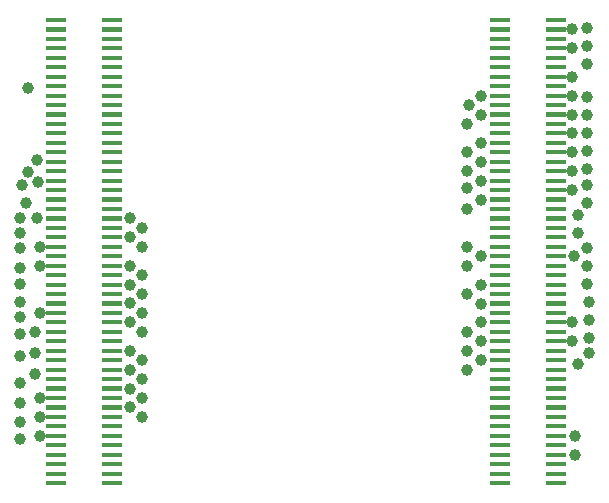
<source format=gbp>
G04 Layer: BottomPasteMaskLayer*
G04 EasyEDA v6.4.31, 2022-04-07 10:18:28*
G04 166d8731ec0749d1b06731797b2d177b,10*
G04 Gerber Generator version 0.2*
G04 Scale: 100 percent, Rotated: No, Reflected: No *
G04 Dimensions in inches *
G04 leading zeros omitted , absolute positions ,3 integer and 6 decimal *
%FSLAX36Y36*%
%MOIN*%

%ADD23C,0.0394*%

%LPD*%
D23*
G01*
X60000Y-875000D03*
G01*
X90000Y-1115000D03*
G01*
X60000Y-1155000D03*
G01*
X95000Y-1190000D03*
G01*
X40000Y-1200000D03*
G01*
X55000Y-1260000D03*
G01*
X90000Y-1310000D03*
G01*
X35000Y-1310000D03*
G01*
X35000Y-1360000D03*
G01*
X100000Y-1404540D03*
G01*
X35000Y-1410000D03*
G01*
X100000Y-1467530D03*
G01*
X35000Y-1475000D03*
G01*
X35000Y-1530000D03*
G01*
X35000Y-1590000D03*
G01*
X100000Y-1625010D03*
G01*
X35000Y-1640000D03*
G01*
X85019Y-1687750D03*
G01*
X35000Y-1695000D03*
G01*
X85000Y-1760000D03*
G01*
X35000Y-1770000D03*
G01*
X85000Y-1830000D03*
G01*
X35000Y-1860000D03*
G01*
X100000Y-1908519D03*
G01*
X35000Y-1925000D03*
G01*
X100000Y-1971500D03*
G01*
X35000Y-1990000D03*
G01*
X100000Y-2034499D03*
G01*
X35000Y-2045000D03*
G01*
X1895000Y-1795000D03*
G01*
X1930000Y-1760000D03*
G01*
X1875000Y-1719540D03*
G01*
X1930000Y-1710000D03*
G01*
X1875000Y-1656550D03*
G01*
X1930000Y-1650000D03*
G01*
X1930000Y-1590000D03*
G01*
X1925000Y-1467530D03*
G01*
X1880000Y-1435000D03*
G01*
X1925000Y-1410000D03*
G01*
X1895000Y-1360000D03*
G01*
X1895000Y-1300000D03*
G01*
X1925000Y-1260000D03*
G01*
X1875000Y-1215560D03*
G01*
X1925000Y-1200000D03*
G01*
X1875000Y-1152570D03*
G01*
X1925000Y-1145000D03*
G01*
X1875000Y-1089580D03*
G01*
X1925000Y-1085000D03*
G01*
X1875000Y-1026590D03*
G01*
X1925000Y-1025000D03*
G01*
X1875000Y-963600D03*
G01*
X1925000Y-965000D03*
G01*
X1875000Y-900599D03*
G01*
X1925000Y-905000D03*
G01*
X1875000Y-837609D03*
G01*
X1925000Y-795000D03*
G01*
X1875000Y-743119D03*
G01*
X1925000Y-735000D03*
G01*
X1875000Y-680129D03*
G01*
X1925000Y-675000D03*
G01*
X1885000Y-2035000D03*
G01*
X1885000Y-2097530D03*
G01*
X1570000Y-900599D03*
G01*
X1530000Y-932100D03*
G01*
X1570000Y-963600D03*
G01*
X1525000Y-995090D03*
G01*
X1570000Y-1058080D03*
G01*
X1525000Y-1089580D03*
G01*
X1570000Y-1121080D03*
G01*
X1525000Y-1152570D03*
G01*
X1570000Y-1184070D03*
G01*
X1525000Y-1210000D03*
G01*
X1570000Y-1247060D03*
G01*
X1525000Y-1278560D03*
G01*
X1525000Y-1404540D03*
G01*
X1570000Y-1436039D03*
G01*
X1525000Y-1467530D03*
G01*
X1570000Y-1530529D03*
G01*
X1525000Y-1562020D03*
G01*
X1570000Y-1593560D03*
G01*
X1570000Y-1656550D03*
G01*
X1525000Y-1688040D03*
G01*
X1570000Y-1719540D03*
G01*
X1525000Y-1751039D03*
G01*
X1570000Y-1782530D03*
G01*
X1525000Y-1814029D03*
G01*
X400000Y-1310050D03*
G01*
X440000Y-1341550D03*
G01*
X440000Y-1971509D03*
G01*
X400000Y-1940000D03*
G01*
X440000Y-1908519D03*
G01*
X400000Y-1876979D03*
G01*
X440000Y-1845489D03*
G01*
X400000Y-1813989D03*
G01*
X440000Y-1782489D03*
G01*
X400000Y-1750999D03*
G01*
X440000Y-1688000D03*
G01*
X400000Y-1656509D03*
G01*
X440000Y-1625010D03*
G01*
X400000Y-1593519D03*
G01*
X440000Y-1562020D03*
G01*
X400000Y-1530520D03*
G01*
X440000Y-1499029D03*
G01*
X400000Y-1467530D03*
G01*
X440000Y-1404540D03*
G01*
X400000Y-1373040D03*
G01*
X1925000Y-1530000D03*
G36*
X1786225Y-2167420D02*
G01*
X1853154Y-2167420D01*
X1853154Y-2153640D01*
X1786225Y-2153640D01*
G37*
G36*
X1786225Y-2198910D02*
G01*
X1853154Y-2198910D01*
X1853154Y-2185129D01*
X1786225Y-2185129D01*
G37*
G36*
X1786225Y-2104420D02*
G01*
X1853154Y-2104420D01*
X1853154Y-2090639D01*
X1786225Y-2090639D01*
G37*
G36*
X1786225Y-2135920D02*
G01*
X1853154Y-2135920D01*
X1853154Y-2122140D01*
X1786225Y-2122140D01*
G37*
G36*
X1786225Y-2041430D02*
G01*
X1853154Y-2041430D01*
X1853154Y-2027649D01*
X1786225Y-2027649D01*
G37*
G36*
X1786225Y-2009929D02*
G01*
X1853154Y-2009929D01*
X1853154Y-1996149D01*
X1786225Y-1996149D01*
G37*
G36*
X1786225Y-1978440D02*
G01*
X1853154Y-1978440D01*
X1853154Y-1964659D01*
X1786225Y-1964659D01*
G37*
G36*
X1786225Y-1946940D02*
G01*
X1853154Y-1946940D01*
X1853154Y-1933159D01*
X1786225Y-1933159D01*
G37*
G36*
X1601184Y-2167420D02*
G01*
X1668113Y-2167420D01*
X1668113Y-2153640D01*
X1601184Y-2153640D01*
G37*
G36*
X1601184Y-2198910D02*
G01*
X1668113Y-2198910D01*
X1668113Y-2185129D01*
X1601184Y-2185129D01*
G37*
G36*
X1601184Y-2104420D02*
G01*
X1668113Y-2104420D01*
X1668113Y-2090639D01*
X1601184Y-2090639D01*
G37*
G36*
X1601184Y-2135920D02*
G01*
X1668113Y-2135920D01*
X1668113Y-2122140D01*
X1601184Y-2122140D01*
G37*
G36*
X1601184Y-2041430D02*
G01*
X1668113Y-2041430D01*
X1668113Y-2027649D01*
X1601184Y-2027649D01*
G37*
G36*
X1601184Y-2009929D02*
G01*
X1668113Y-2009929D01*
X1668113Y-1996149D01*
X1601184Y-1996149D01*
G37*
G36*
X1601184Y-1978440D02*
G01*
X1668113Y-1978440D01*
X1668113Y-1964659D01*
X1601184Y-1964659D01*
G37*
G36*
X1601184Y-1946940D02*
G01*
X1668113Y-1946940D01*
X1668113Y-1933159D01*
X1601184Y-1933159D01*
G37*
G36*
X1786225Y-2072929D02*
G01*
X1853154Y-2072929D01*
X1853154Y-2059149D01*
X1786225Y-2059149D01*
G37*
G36*
X1786225Y-1915450D02*
G01*
X1853154Y-1915450D01*
X1853154Y-1901669D01*
X1786225Y-1901669D01*
G37*
G36*
X1601184Y-2072929D02*
G01*
X1668113Y-2072929D01*
X1668113Y-2059149D01*
X1601184Y-2059149D01*
G37*
G36*
X1601184Y-1915450D02*
G01*
X1668113Y-1915450D01*
X1668113Y-1901669D01*
X1601184Y-1901669D01*
G37*
G36*
X1786225Y-1852420D02*
G01*
X1853154Y-1852420D01*
X1853154Y-1838640D01*
X1786225Y-1838640D01*
G37*
G36*
X1786225Y-1883910D02*
G01*
X1853154Y-1883910D01*
X1853154Y-1870129D01*
X1786225Y-1870129D01*
G37*
G36*
X1786225Y-1789420D02*
G01*
X1853154Y-1789420D01*
X1853154Y-1775639D01*
X1786225Y-1775639D01*
G37*
G36*
X1786225Y-1820920D02*
G01*
X1853154Y-1820920D01*
X1853154Y-1807140D01*
X1786225Y-1807140D01*
G37*
G36*
X1786225Y-1726430D02*
G01*
X1853154Y-1726430D01*
X1853154Y-1712649D01*
X1786225Y-1712649D01*
G37*
G36*
X1786225Y-1694929D02*
G01*
X1853154Y-1694929D01*
X1853154Y-1681149D01*
X1786225Y-1681149D01*
G37*
G36*
X1786225Y-1663440D02*
G01*
X1853154Y-1663440D01*
X1853154Y-1649659D01*
X1786225Y-1649659D01*
G37*
G36*
X1786225Y-1631940D02*
G01*
X1853154Y-1631940D01*
X1853154Y-1618159D01*
X1786225Y-1618159D01*
G37*
G36*
X1786225Y-1568910D02*
G01*
X1853154Y-1568910D01*
X1853154Y-1555129D01*
X1786225Y-1555129D01*
G37*
G36*
X1786225Y-1537420D02*
G01*
X1853154Y-1537420D01*
X1853154Y-1523640D01*
X1786225Y-1523640D01*
G37*
G36*
X1786225Y-1505920D02*
G01*
X1853154Y-1505920D01*
X1853154Y-1492140D01*
X1786225Y-1492140D01*
G37*
G36*
X1786225Y-1474420D02*
G01*
X1853154Y-1474420D01*
X1853154Y-1460639D01*
X1786225Y-1460639D01*
G37*
G36*
X1786225Y-1379929D02*
G01*
X1853154Y-1379929D01*
X1853154Y-1366149D01*
X1786225Y-1366149D01*
G37*
G36*
X1786225Y-1411430D02*
G01*
X1853154Y-1411430D01*
X1853154Y-1397649D01*
X1786225Y-1397649D01*
G37*
G36*
X1786225Y-1316940D02*
G01*
X1853154Y-1316940D01*
X1853154Y-1303159D01*
X1786225Y-1303159D01*
G37*
G36*
X1786225Y-1253949D02*
G01*
X1853154Y-1253949D01*
X1853154Y-1240169D01*
X1786225Y-1240169D01*
G37*
G36*
X1786225Y-1222449D02*
G01*
X1853154Y-1222449D01*
X1853154Y-1208670D01*
X1786225Y-1208670D01*
G37*
G36*
X1786225Y-1127970D02*
G01*
X1853154Y-1127970D01*
X1853154Y-1114189D01*
X1786225Y-1114189D01*
G37*
G36*
X1786225Y-1159459D02*
G01*
X1853154Y-1159459D01*
X1853154Y-1145680D01*
X1786225Y-1145680D01*
G37*
G36*
X1786225Y-1064970D02*
G01*
X1853154Y-1064970D01*
X1853154Y-1051190D01*
X1786225Y-1051190D01*
G37*
G36*
X1786225Y-1096469D02*
G01*
X1853154Y-1096469D01*
X1853154Y-1082689D01*
X1786225Y-1082689D01*
G37*
G36*
X1786225Y-1001979D02*
G01*
X1853154Y-1001979D01*
X1853154Y-988200D01*
X1786225Y-988200D01*
G37*
G36*
X1786225Y-970490D02*
G01*
X1853154Y-970490D01*
X1853154Y-956709D01*
X1786225Y-956709D01*
G37*
G36*
X1786225Y-938989D02*
G01*
X1853154Y-938989D01*
X1853154Y-925210D01*
X1786225Y-925210D01*
G37*
G36*
X1786225Y-907489D02*
G01*
X1853154Y-907489D01*
X1853154Y-893710D01*
X1786225Y-893710D01*
G37*
G36*
X1786225Y-813009D02*
G01*
X1853154Y-813009D01*
X1853154Y-799229D01*
X1786225Y-799229D01*
G37*
G36*
X1786225Y-844499D02*
G01*
X1853154Y-844499D01*
X1853154Y-830720D01*
X1786225Y-830720D01*
G37*
G36*
X1786225Y-750010D02*
G01*
X1853154Y-750010D01*
X1853154Y-736230D01*
X1786225Y-736230D01*
G37*
G36*
X1786225Y-781509D02*
G01*
X1853154Y-781509D01*
X1853154Y-767729D01*
X1786225Y-767729D01*
G37*
G36*
X1786225Y-687020D02*
G01*
X1853154Y-687020D01*
X1853154Y-673240D01*
X1786225Y-673240D01*
G37*
G36*
X1786225Y-655529D02*
G01*
X1853154Y-655529D01*
X1853154Y-641750D01*
X1786225Y-641750D01*
G37*
G36*
X1601184Y-1852420D02*
G01*
X1668113Y-1852420D01*
X1668113Y-1838640D01*
X1601184Y-1838640D01*
G37*
G36*
X1601184Y-1883910D02*
G01*
X1668113Y-1883910D01*
X1668113Y-1870129D01*
X1601184Y-1870129D01*
G37*
G36*
X1601184Y-1789420D02*
G01*
X1668113Y-1789420D01*
X1668113Y-1775639D01*
X1601184Y-1775639D01*
G37*
G36*
X1601184Y-1820920D02*
G01*
X1668113Y-1820920D01*
X1668113Y-1807140D01*
X1601184Y-1807140D01*
G37*
G36*
X1601184Y-1726430D02*
G01*
X1668113Y-1726430D01*
X1668113Y-1712649D01*
X1601184Y-1712649D01*
G37*
G36*
X1601184Y-1694929D02*
G01*
X1668113Y-1694929D01*
X1668113Y-1681149D01*
X1601184Y-1681149D01*
G37*
G36*
X1601184Y-1663440D02*
G01*
X1668113Y-1663440D01*
X1668113Y-1649659D01*
X1601184Y-1649659D01*
G37*
G36*
X1601184Y-1631940D02*
G01*
X1668113Y-1631940D01*
X1668113Y-1618159D01*
X1601184Y-1618159D01*
G37*
G36*
X1601184Y-1568910D02*
G01*
X1668113Y-1568910D01*
X1668113Y-1555129D01*
X1601184Y-1555129D01*
G37*
G36*
X1601184Y-1537420D02*
G01*
X1668113Y-1537420D01*
X1668113Y-1523640D01*
X1601184Y-1523640D01*
G37*
G36*
X1601184Y-1474420D02*
G01*
X1668113Y-1474420D01*
X1668113Y-1460639D01*
X1601184Y-1460639D01*
G37*
G36*
X1601184Y-1505920D02*
G01*
X1668113Y-1505920D01*
X1668113Y-1492140D01*
X1601184Y-1492140D01*
G37*
G36*
X1601184Y-1379929D02*
G01*
X1668113Y-1379929D01*
X1668113Y-1366149D01*
X1601184Y-1366149D01*
G37*
G36*
X1601184Y-1411430D02*
G01*
X1668113Y-1411430D01*
X1668113Y-1397649D01*
X1601184Y-1397649D01*
G37*
G36*
X1601184Y-1316940D02*
G01*
X1668113Y-1316940D01*
X1668113Y-1303159D01*
X1601184Y-1303159D01*
G37*
G36*
X1601184Y-1222449D02*
G01*
X1668113Y-1222449D01*
X1668113Y-1208670D01*
X1601184Y-1208670D01*
G37*
G36*
X1601184Y-1253949D02*
G01*
X1668113Y-1253949D01*
X1668113Y-1240169D01*
X1601184Y-1240169D01*
G37*
G36*
X1601184Y-1127970D02*
G01*
X1668113Y-1127970D01*
X1668113Y-1114189D01*
X1601184Y-1114189D01*
G37*
G36*
X1601184Y-1159459D02*
G01*
X1668113Y-1159459D01*
X1668113Y-1145680D01*
X1601184Y-1145680D01*
G37*
G36*
X1601184Y-1096469D02*
G01*
X1668113Y-1096469D01*
X1668113Y-1082689D01*
X1601184Y-1082689D01*
G37*
G36*
X1601184Y-1064970D02*
G01*
X1668113Y-1064970D01*
X1668113Y-1051190D01*
X1601184Y-1051190D01*
G37*
G36*
X1601184Y-1001979D02*
G01*
X1668113Y-1001979D01*
X1668113Y-988200D01*
X1601184Y-988200D01*
G37*
G36*
X1601184Y-970490D02*
G01*
X1668113Y-970490D01*
X1668113Y-956709D01*
X1601184Y-956709D01*
G37*
G36*
X1601184Y-938989D02*
G01*
X1668113Y-938989D01*
X1668113Y-925210D01*
X1601184Y-925210D01*
G37*
G36*
X1601184Y-907489D02*
G01*
X1668113Y-907489D01*
X1668113Y-893710D01*
X1601184Y-893710D01*
G37*
G36*
X1601184Y-813009D02*
G01*
X1668113Y-813009D01*
X1668113Y-799229D01*
X1601184Y-799229D01*
G37*
G36*
X1601184Y-844499D02*
G01*
X1668113Y-844499D01*
X1668113Y-830720D01*
X1601184Y-830720D01*
G37*
G36*
X1601184Y-750010D02*
G01*
X1668113Y-750010D01*
X1668113Y-736230D01*
X1601184Y-736230D01*
G37*
G36*
X1601184Y-781509D02*
G01*
X1668113Y-781509D01*
X1668113Y-767729D01*
X1601184Y-767729D01*
G37*
G36*
X1601184Y-655529D02*
G01*
X1668113Y-655529D01*
X1668113Y-641750D01*
X1601184Y-641750D01*
G37*
G36*
X1601184Y-687020D02*
G01*
X1668113Y-687020D01*
X1668113Y-673240D01*
X1601184Y-673240D01*
G37*
G36*
X1786225Y-1757929D02*
G01*
X1853154Y-1757929D01*
X1853154Y-1744149D01*
X1786225Y-1744149D01*
G37*
G36*
X1786225Y-1442929D02*
G01*
X1853154Y-1442929D01*
X1853154Y-1429149D01*
X1786225Y-1429149D01*
G37*
G36*
X1786225Y-1600450D02*
G01*
X1853154Y-1600450D01*
X1853154Y-1586669D01*
X1786225Y-1586669D01*
G37*
G36*
X1786225Y-1348440D02*
G01*
X1853154Y-1348440D01*
X1853154Y-1334659D01*
X1786225Y-1334659D01*
G37*
G36*
X1786225Y-1285450D02*
G01*
X1853154Y-1285450D01*
X1853154Y-1271669D01*
X1786225Y-1271669D01*
G37*
G36*
X1786225Y-1190959D02*
G01*
X1853154Y-1190959D01*
X1853154Y-1177179D01*
X1786225Y-1177179D01*
G37*
G36*
X1786225Y-1033479D02*
G01*
X1853154Y-1033479D01*
X1853154Y-1019699D01*
X1786225Y-1019699D01*
G37*
G36*
X1786225Y-875999D02*
G01*
X1853154Y-875999D01*
X1853154Y-862220D01*
X1786225Y-862220D01*
G37*
G36*
X1786225Y-718520D02*
G01*
X1853154Y-718520D01*
X1853154Y-704740D01*
X1786225Y-704740D01*
G37*
G36*
X1601184Y-1757929D02*
G01*
X1668113Y-1757929D01*
X1668113Y-1744149D01*
X1601184Y-1744149D01*
G37*
G36*
X1601184Y-1442929D02*
G01*
X1668113Y-1442929D01*
X1668113Y-1429149D01*
X1601184Y-1429149D01*
G37*
G36*
X1601184Y-1600450D02*
G01*
X1668113Y-1600450D01*
X1668113Y-1586669D01*
X1601184Y-1586669D01*
G37*
G36*
X1601184Y-1348440D02*
G01*
X1668113Y-1348440D01*
X1668113Y-1334659D01*
X1601184Y-1334659D01*
G37*
G36*
X1601184Y-1285450D02*
G01*
X1668113Y-1285450D01*
X1668113Y-1271669D01*
X1601184Y-1271669D01*
G37*
G36*
X1601184Y-1190959D02*
G01*
X1668113Y-1190959D01*
X1668113Y-1177179D01*
X1601184Y-1177179D01*
G37*
G36*
X1601184Y-1033479D02*
G01*
X1668113Y-1033479D01*
X1668113Y-1019699D01*
X1601184Y-1019699D01*
G37*
G36*
X1601184Y-875999D02*
G01*
X1668113Y-875999D01*
X1668113Y-862220D01*
X1601184Y-862220D01*
G37*
G36*
X1601184Y-718520D02*
G01*
X1668113Y-718520D01*
X1668113Y-704740D01*
X1601184Y-704740D01*
G37*
G36*
X121494Y-2104380D02*
G01*
X188423Y-2104380D01*
X188423Y-2090599D01*
X121494Y-2090599D01*
G37*
G36*
X121494Y-2072890D02*
G01*
X188423Y-2072890D01*
X188423Y-2059109D01*
X121494Y-2059109D01*
G37*
G36*
X306534Y-2072890D02*
G01*
X373464Y-2072890D01*
X373464Y-2059109D01*
X306534Y-2059109D01*
G37*
G36*
X121494Y-2041390D02*
G01*
X188423Y-2041390D01*
X188423Y-2027609D01*
X121494Y-2027609D01*
G37*
G36*
X306534Y-2041390D02*
G01*
X373464Y-2041390D01*
X373464Y-2027609D01*
X306534Y-2027609D01*
G37*
G36*
X121494Y-2009890D02*
G01*
X188423Y-2009890D01*
X188423Y-1996109D01*
X121494Y-1996109D01*
G37*
G36*
X306534Y-2104380D02*
G01*
X373464Y-2104380D01*
X373464Y-2090599D01*
X306534Y-2090599D01*
G37*
G36*
X306534Y-2009890D02*
G01*
X373464Y-2009890D01*
X373464Y-1996109D01*
X306534Y-1996109D01*
G37*
G36*
X306534Y-1978400D02*
G01*
X373464Y-1978400D01*
X373464Y-1964620D01*
X306534Y-1964620D01*
G37*
G36*
X121494Y-1978400D02*
G01*
X188423Y-1978400D01*
X188423Y-1964620D01*
X121494Y-1964620D01*
G37*
G36*
X306534Y-1253949D02*
G01*
X373464Y-1253949D01*
X373464Y-1240169D01*
X306534Y-1240169D01*
G37*
G36*
X306534Y-1883870D02*
G01*
X373464Y-1883870D01*
X373464Y-1870090D01*
X306534Y-1870090D01*
G37*
G36*
X306534Y-1316940D02*
G01*
X373464Y-1316940D01*
X373464Y-1303159D01*
X306534Y-1303159D01*
G37*
G36*
X306534Y-1379929D02*
G01*
X373464Y-1379929D01*
X373464Y-1366149D01*
X306534Y-1366149D01*
G37*
G36*
X306534Y-2135880D02*
G01*
X373464Y-2135880D01*
X373464Y-2122100D01*
X306534Y-2122100D01*
G37*
G36*
X121494Y-2135880D02*
G01*
X188423Y-2135880D01*
X188423Y-2122100D01*
X121494Y-2122100D01*
G37*
G36*
X306534Y-2167379D02*
G01*
X373464Y-2167379D01*
X373464Y-2153600D01*
X306534Y-2153600D01*
G37*
G36*
X121494Y-2167379D02*
G01*
X188423Y-2167379D01*
X188423Y-2153600D01*
X121494Y-2153600D01*
G37*
G36*
X306534Y-2198870D02*
G01*
X373464Y-2198870D01*
X373464Y-2185090D01*
X306534Y-2185090D01*
G37*
G36*
X121494Y-2198870D02*
G01*
X188423Y-2198870D01*
X188423Y-2185090D01*
X121494Y-2185090D01*
G37*
G36*
X306534Y-1757890D02*
G01*
X373464Y-1757890D01*
X373464Y-1744109D01*
X306534Y-1744109D01*
G37*
G36*
X306534Y-1127970D02*
G01*
X373464Y-1127970D01*
X373464Y-1114189D01*
X306534Y-1114189D01*
G37*
G36*
X121494Y-1127970D02*
G01*
X188423Y-1127970D01*
X188423Y-1114189D01*
X121494Y-1114189D01*
G37*
G36*
X306534Y-1411430D02*
G01*
X373464Y-1411430D01*
X373464Y-1397649D01*
X306534Y-1397649D01*
G37*
G36*
X306534Y-1694890D02*
G01*
X373464Y-1694890D01*
X373464Y-1681109D01*
X306534Y-1681109D01*
G37*
G36*
X121494Y-1694890D02*
G01*
X188423Y-1694890D01*
X188423Y-1681109D01*
X121494Y-1681109D01*
G37*
G36*
X121494Y-1411430D02*
G01*
X188423Y-1411430D01*
X188423Y-1397649D01*
X121494Y-1397649D01*
G37*
G36*
X306534Y-1348440D02*
G01*
X373464Y-1348440D01*
X373464Y-1334659D01*
X306534Y-1334659D01*
G37*
G36*
X121494Y-1348440D02*
G01*
X188423Y-1348440D01*
X188423Y-1334659D01*
X121494Y-1334659D01*
G37*
G36*
X121494Y-1033479D02*
G01*
X188423Y-1033479D01*
X188423Y-1019699D01*
X121494Y-1019699D01*
G37*
G36*
X306534Y-1064970D02*
G01*
X373464Y-1064970D01*
X373464Y-1051190D01*
X306534Y-1051190D01*
G37*
G36*
X121494Y-1379929D02*
G01*
X188423Y-1379929D01*
X188423Y-1366149D01*
X121494Y-1366149D01*
G37*
G36*
X121494Y-1064970D02*
G01*
X188423Y-1064970D01*
X188423Y-1051190D01*
X121494Y-1051190D01*
G37*
G36*
X121494Y-1442929D02*
G01*
X188423Y-1442929D01*
X188423Y-1429149D01*
X121494Y-1429149D01*
G37*
G36*
X306534Y-1033479D02*
G01*
X373464Y-1033479D01*
X373464Y-1019699D01*
X306534Y-1019699D01*
G37*
G36*
X306534Y-1285450D02*
G01*
X373464Y-1285450D01*
X373464Y-1271669D01*
X306534Y-1271669D01*
G37*
G36*
X121494Y-1631900D02*
G01*
X188423Y-1631900D01*
X188423Y-1618119D01*
X121494Y-1618119D01*
G37*
G36*
X121494Y-1663400D02*
G01*
X188423Y-1663400D01*
X188423Y-1649620D01*
X121494Y-1649620D01*
G37*
G36*
X121494Y-1883870D02*
G01*
X188423Y-1883870D01*
X188423Y-1870090D01*
X121494Y-1870090D01*
G37*
G36*
X121494Y-1537409D02*
G01*
X188423Y-1537409D01*
X188423Y-1523629D01*
X121494Y-1523629D01*
G37*
G36*
X121494Y-1316940D02*
G01*
X188423Y-1316940D01*
X188423Y-1303159D01*
X121494Y-1303159D01*
G37*
G36*
X121494Y-1726390D02*
G01*
X188423Y-1726390D01*
X188423Y-1712609D01*
X121494Y-1712609D01*
G37*
G36*
X121494Y-1852379D02*
G01*
X188423Y-1852379D01*
X188423Y-1838600D01*
X121494Y-1838600D01*
G37*
G36*
X121494Y-1600410D02*
G01*
X188423Y-1600410D01*
X188423Y-1586630D01*
X121494Y-1586630D01*
G37*
G36*
X121494Y-1505920D02*
G01*
X188423Y-1505920D01*
X188423Y-1492140D01*
X121494Y-1492140D01*
G37*
G36*
X121494Y-1253949D02*
G01*
X188423Y-1253949D01*
X188423Y-1240169D01*
X121494Y-1240169D01*
G37*
G36*
X121494Y-1568910D02*
G01*
X188423Y-1568910D01*
X188423Y-1555129D01*
X121494Y-1555129D01*
G37*
G36*
X121494Y-1757890D02*
G01*
X188423Y-1757890D01*
X188423Y-1744109D01*
X121494Y-1744109D01*
G37*
G36*
X121494Y-1285450D02*
G01*
X188423Y-1285450D01*
X188423Y-1271669D01*
X121494Y-1271669D01*
G37*
G36*
X121494Y-970490D02*
G01*
X188423Y-970490D01*
X188423Y-956709D01*
X121494Y-956709D01*
G37*
G36*
X121494Y-1001979D02*
G01*
X188423Y-1001979D01*
X188423Y-988200D01*
X121494Y-988200D01*
G37*
G36*
X121494Y-1096469D02*
G01*
X188423Y-1096469D01*
X188423Y-1082689D01*
X121494Y-1082689D01*
G37*
G36*
X121494Y-1915410D02*
G01*
X188423Y-1915410D01*
X188423Y-1901630D01*
X121494Y-1901630D01*
G37*
G36*
X121494Y-1946900D02*
G01*
X188423Y-1946900D01*
X188423Y-1933119D01*
X121494Y-1933119D01*
G37*
G36*
X306534Y-1915410D02*
G01*
X373464Y-1915410D01*
X373464Y-1901630D01*
X306534Y-1901630D01*
G37*
G36*
X306534Y-1946900D02*
G01*
X373464Y-1946900D01*
X373464Y-1933119D01*
X306534Y-1933119D01*
G37*
G36*
X306534Y-1001979D02*
G01*
X373464Y-1001979D01*
X373464Y-988200D01*
X306534Y-988200D01*
G37*
G36*
X121494Y-1789380D02*
G01*
X188423Y-1789380D01*
X188423Y-1775599D01*
X121494Y-1775599D01*
G37*
G36*
X121494Y-1820880D02*
G01*
X188423Y-1820880D01*
X188423Y-1807100D01*
X121494Y-1807100D01*
G37*
G36*
X306534Y-1442929D02*
G01*
X373464Y-1442929D01*
X373464Y-1429149D01*
X306534Y-1429149D01*
G37*
G36*
X306534Y-1474420D02*
G01*
X373464Y-1474420D01*
X373464Y-1460639D01*
X306534Y-1460639D01*
G37*
G36*
X121494Y-1474420D02*
G01*
X188423Y-1474420D01*
X188423Y-1460639D01*
X121494Y-1460639D01*
G37*
G36*
X306534Y-970490D02*
G01*
X373464Y-970490D01*
X373464Y-956709D01*
X306534Y-956709D01*
G37*
G36*
X121494Y-1222449D02*
G01*
X188423Y-1222449D01*
X188423Y-1208670D01*
X121494Y-1208670D01*
G37*
G36*
X306534Y-1159459D02*
G01*
X373464Y-1159459D01*
X373464Y-1145680D01*
X306534Y-1145680D01*
G37*
G36*
X306534Y-1190959D02*
G01*
X373464Y-1190959D01*
X373464Y-1177179D01*
X306534Y-1177179D01*
G37*
G36*
X306534Y-1096469D02*
G01*
X373464Y-1096469D01*
X373464Y-1082689D01*
X306534Y-1082689D01*
G37*
G36*
X121494Y-1159459D02*
G01*
X188423Y-1159459D01*
X188423Y-1145680D01*
X121494Y-1145680D01*
G37*
G36*
X121494Y-1190959D02*
G01*
X188423Y-1190959D01*
X188423Y-1177179D01*
X121494Y-1177179D01*
G37*
G36*
X306534Y-1222449D02*
G01*
X373464Y-1222449D01*
X373464Y-1208670D01*
X306534Y-1208670D01*
G37*
G36*
X306534Y-1568910D02*
G01*
X373464Y-1568910D01*
X373464Y-1555129D01*
X306534Y-1555129D01*
G37*
G36*
X306534Y-1663400D02*
G01*
X373464Y-1663400D01*
X373464Y-1649620D01*
X306534Y-1649620D01*
G37*
G36*
X306534Y-1600410D02*
G01*
X373464Y-1600410D01*
X373464Y-1586630D01*
X306534Y-1586630D01*
G37*
G36*
X306534Y-1820880D02*
G01*
X373464Y-1820880D01*
X373464Y-1807100D01*
X306534Y-1807100D01*
G37*
G36*
X306534Y-1537409D02*
G01*
X373464Y-1537409D01*
X373464Y-1523629D01*
X306534Y-1523629D01*
G37*
G36*
X306534Y-1631900D02*
G01*
X373464Y-1631900D01*
X373464Y-1618119D01*
X306534Y-1618119D01*
G37*
G36*
X306534Y-1852379D02*
G01*
X373464Y-1852379D01*
X373464Y-1838600D01*
X306534Y-1838600D01*
G37*
G36*
X306534Y-1505920D02*
G01*
X373464Y-1505920D01*
X373464Y-1492140D01*
X306534Y-1492140D01*
G37*
G36*
X306534Y-1789380D02*
G01*
X373464Y-1789380D01*
X373464Y-1775599D01*
X306534Y-1775599D01*
G37*
G36*
X306534Y-1726390D02*
G01*
X373464Y-1726390D01*
X373464Y-1712609D01*
X306534Y-1712609D01*
G37*
G36*
X306534Y-938989D02*
G01*
X373464Y-938989D01*
X373464Y-925210D01*
X306534Y-925210D01*
G37*
G36*
X306534Y-813009D02*
G01*
X373464Y-813009D01*
X373464Y-799229D01*
X306534Y-799229D01*
G37*
G36*
X121494Y-813009D02*
G01*
X188423Y-813009D01*
X188423Y-799229D01*
X121494Y-799229D01*
G37*
G36*
X121494Y-718520D02*
G01*
X188423Y-718520D01*
X188423Y-704740D01*
X121494Y-704740D01*
G37*
G36*
X306534Y-750010D02*
G01*
X373464Y-750010D01*
X373464Y-736230D01*
X306534Y-736230D01*
G37*
G36*
X121494Y-750010D02*
G01*
X188423Y-750010D01*
X188423Y-736230D01*
X121494Y-736230D01*
G37*
G36*
X306534Y-718520D02*
G01*
X373464Y-718520D01*
X373464Y-704740D01*
X306534Y-704740D01*
G37*
G36*
X121494Y-938989D02*
G01*
X188423Y-938989D01*
X188423Y-925210D01*
X121494Y-925210D01*
G37*
G36*
X121494Y-655529D02*
G01*
X188423Y-655529D01*
X188423Y-641750D01*
X121494Y-641750D01*
G37*
G36*
X121494Y-687020D02*
G01*
X188423Y-687020D01*
X188423Y-673240D01*
X121494Y-673240D01*
G37*
G36*
X121494Y-781509D02*
G01*
X188423Y-781509D01*
X188423Y-767729D01*
X121494Y-767729D01*
G37*
G36*
X306534Y-687020D02*
G01*
X373464Y-687020D01*
X373464Y-673240D01*
X306534Y-673240D01*
G37*
G36*
X306534Y-655529D02*
G01*
X373464Y-655529D01*
X373464Y-641750D01*
X306534Y-641750D01*
G37*
G36*
X121494Y-907489D02*
G01*
X188423Y-907489D01*
X188423Y-893710D01*
X121494Y-893710D01*
G37*
G36*
X306534Y-844499D02*
G01*
X373464Y-844499D01*
X373464Y-830720D01*
X306534Y-830720D01*
G37*
G36*
X306534Y-875999D02*
G01*
X373464Y-875999D01*
X373464Y-862220D01*
X306534Y-862220D01*
G37*
G36*
X306534Y-781509D02*
G01*
X373464Y-781509D01*
X373464Y-767729D01*
X306534Y-767729D01*
G37*
G36*
X121494Y-844499D02*
G01*
X188423Y-844499D01*
X188423Y-830720D01*
X121494Y-830720D01*
G37*
G36*
X121494Y-875999D02*
G01*
X188423Y-875999D01*
X188423Y-862220D01*
X121494Y-862220D01*
G37*
G36*
X306534Y-907489D02*
G01*
X373464Y-907489D01*
X373464Y-893710D01*
X306534Y-893710D01*
G37*
M02*

</source>
